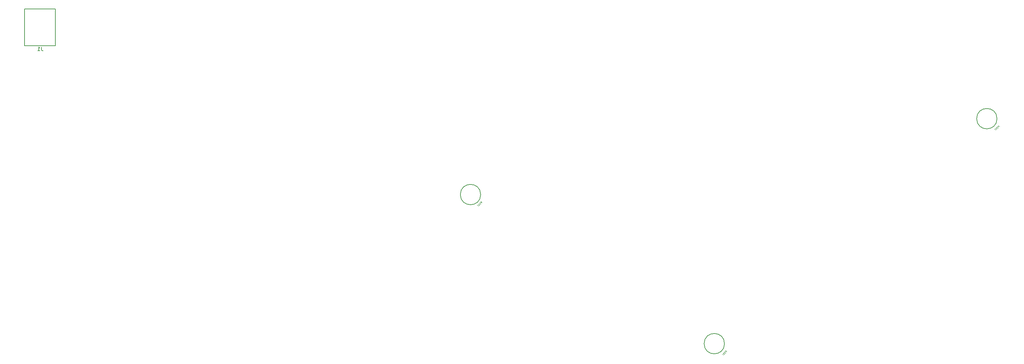
<source format=gbr>
G04 #@! TF.GenerationSoftware,KiCad,Pcbnew,(5.1.4-0-10_14)*
G04 #@! TF.CreationDate,2020-12-11T22:59:58+01:00*
G04 #@! TF.ProjectId,crosshatch,63726f73-7368-4617-9463-682e6b696361,rev?*
G04 #@! TF.SameCoordinates,Original*
G04 #@! TF.FileFunction,Legend,Bot*
G04 #@! TF.FilePolarity,Positive*
%FSLAX46Y46*%
G04 Gerber Fmt 4.6, Leading zero omitted, Abs format (unit mm)*
G04 Created by KiCad (PCBNEW (5.1.4-0-10_14)) date 2020-12-11 22:59:58*
%MOMM*%
%LPD*%
G04 APERTURE LIST*
%ADD10C,0.100000*%
%ADD11C,0.150000*%
G04 APERTURE END LIST*
D10*
X141086490Y-104438370D02*
X140803648Y-104155527D01*
X140695898Y-104263277D01*
X140682429Y-104303683D01*
X140682429Y-104330620D01*
X140695898Y-104371026D01*
X140736304Y-104411433D01*
X140776710Y-104424901D01*
X140803648Y-104424901D01*
X140844054Y-104411433D01*
X140951803Y-104303683D01*
X140466930Y-104492245D02*
X140413055Y-104546120D01*
X140399587Y-104586526D01*
X140399587Y-104640400D01*
X140439993Y-104707744D01*
X140534274Y-104802025D01*
X140601617Y-104842431D01*
X140655492Y-104842431D01*
X140695898Y-104828962D01*
X140749773Y-104775088D01*
X140763242Y-104734681D01*
X140763242Y-104680807D01*
X140722835Y-104613463D01*
X140628555Y-104519182D01*
X140561211Y-104478776D01*
X140507336Y-104478776D01*
X140466930Y-104492245D01*
X140507336Y-104990587D02*
X140480399Y-105044462D01*
X140413055Y-105111805D01*
X140372649Y-105125274D01*
X140345712Y-105125274D01*
X140305306Y-105111805D01*
X140278368Y-105084868D01*
X140264900Y-105044462D01*
X140264900Y-105017524D01*
X140278368Y-104977118D01*
X140318774Y-104909775D01*
X140332243Y-104869368D01*
X140332243Y-104842431D01*
X140318774Y-104802025D01*
X140291837Y-104775087D01*
X140251431Y-104761619D01*
X140224493Y-104761619D01*
X140184087Y-104775088D01*
X140116744Y-104842431D01*
X140089806Y-104896306D01*
X139995526Y-104963649D02*
X139833901Y-105125274D01*
X140197556Y-105327304D02*
X139914713Y-105044462D01*
D11*
X140733620Y-102378082D02*
G75*
G03X140733620Y-102378082I-2600933J0D01*
G01*
X272607489Y-82975932D02*
G75*
G03X272607489Y-82975932I-2600933J0D01*
G01*
D10*
X273200110Y-85020466D02*
X272917268Y-84737623D01*
X272809518Y-84845373D01*
X272796049Y-84885779D01*
X272796049Y-84912716D01*
X272809518Y-84953122D01*
X272849924Y-84993529D01*
X272890330Y-85006997D01*
X272917268Y-85006997D01*
X272957674Y-84993529D01*
X273065423Y-84885779D01*
X272580550Y-85074341D02*
X272526675Y-85128216D01*
X272513207Y-85168622D01*
X272513207Y-85222496D01*
X272553613Y-85289840D01*
X272647894Y-85384121D01*
X272715237Y-85424527D01*
X272769112Y-85424527D01*
X272809518Y-85411058D01*
X272863393Y-85357184D01*
X272876862Y-85316777D01*
X272876862Y-85262903D01*
X272836455Y-85195559D01*
X272742175Y-85101278D01*
X272674831Y-85060872D01*
X272620956Y-85060872D01*
X272580550Y-85074341D01*
X272620956Y-85572683D02*
X272594019Y-85626558D01*
X272526675Y-85693901D01*
X272486269Y-85707370D01*
X272459332Y-85707370D01*
X272418926Y-85693901D01*
X272391988Y-85666964D01*
X272378520Y-85626558D01*
X272378520Y-85599620D01*
X272391988Y-85559214D01*
X272432394Y-85491871D01*
X272445863Y-85451464D01*
X272445863Y-85424527D01*
X272432394Y-85384121D01*
X272405457Y-85357183D01*
X272365051Y-85343715D01*
X272338113Y-85343715D01*
X272297707Y-85357184D01*
X272230364Y-85424527D01*
X272203426Y-85478402D01*
X272109146Y-85545745D02*
X271947521Y-85707370D01*
X272311176Y-85909400D02*
X272028333Y-85626558D01*
X203594355Y-142538402D02*
X203311513Y-142255559D01*
X203203763Y-142363309D01*
X203190294Y-142403715D01*
X203190294Y-142430652D01*
X203203763Y-142471058D01*
X203244169Y-142511465D01*
X203284575Y-142524933D01*
X203311513Y-142524933D01*
X203351919Y-142511465D01*
X203459668Y-142403715D01*
X202974795Y-142592277D02*
X202920920Y-142646152D01*
X202907452Y-142686558D01*
X202907452Y-142740432D01*
X202947858Y-142807776D01*
X203042139Y-142902057D01*
X203109482Y-142942463D01*
X203163357Y-142942463D01*
X203203763Y-142928994D01*
X203257638Y-142875120D01*
X203271107Y-142834713D01*
X203271107Y-142780839D01*
X203230700Y-142713495D01*
X203136420Y-142619214D01*
X203069076Y-142578808D01*
X203015201Y-142578808D01*
X202974795Y-142592277D01*
X203015201Y-143090619D02*
X202988264Y-143144494D01*
X202920920Y-143211837D01*
X202880514Y-143225306D01*
X202853577Y-143225306D01*
X202813171Y-143211837D01*
X202786233Y-143184900D01*
X202772765Y-143144494D01*
X202772765Y-143117556D01*
X202786233Y-143077150D01*
X202826639Y-143009807D01*
X202840108Y-142969400D01*
X202840108Y-142942463D01*
X202826639Y-142902057D01*
X202799702Y-142875120D01*
X202759296Y-142861651D01*
X202732358Y-142861651D01*
X202691952Y-142875120D01*
X202624609Y-142942463D01*
X202597671Y-142996338D01*
X202503391Y-143063681D02*
X202341766Y-143225306D01*
X202705421Y-143427336D02*
X202422578Y-143144494D01*
D11*
X203001734Y-140493868D02*
G75*
G03X203001734Y-140493868I-2600933J0D01*
G01*
X32065650Y-54903178D02*
X24265650Y-54903178D01*
X32065650Y-54903178D02*
X32065650Y-64303178D01*
X32065650Y-64303178D02*
X24265650Y-64303178D01*
X24265650Y-64303178D02*
X24265650Y-54903178D01*
X28578694Y-64639988D02*
X28578694Y-65354274D01*
X28626313Y-65497131D01*
X28721551Y-65592369D01*
X28864408Y-65639988D01*
X28959646Y-65639988D01*
X27578694Y-65639988D02*
X28150122Y-65639988D01*
X27864408Y-65639988D02*
X27864408Y-64639988D01*
X27959646Y-64782846D01*
X28054884Y-64878084D01*
X28150122Y-64925703D01*
M02*

</source>
